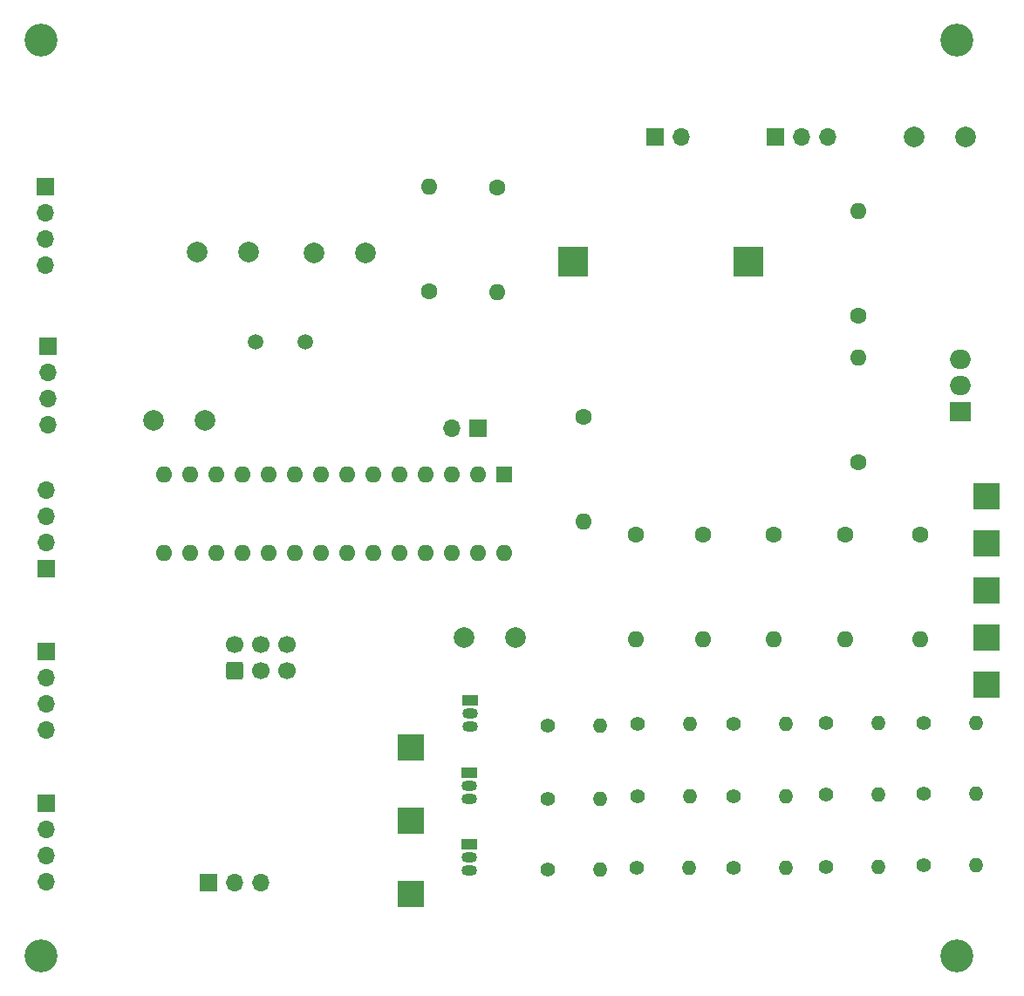
<source format=gbs>
G04 #@! TF.GenerationSoftware,KiCad,Pcbnew,(6.0.10-0)*
G04 #@! TF.CreationDate,2023-03-02T00:17:39-06:00*
G04 #@! TF.ProjectId,445_board,3434355f-626f-4617-9264-2e6b69636164,rev?*
G04 #@! TF.SameCoordinates,Original*
G04 #@! TF.FileFunction,Soldermask,Bot*
G04 #@! TF.FilePolarity,Negative*
%FSLAX46Y46*%
G04 Gerber Fmt 4.6, Leading zero omitted, Abs format (unit mm)*
G04 Created by KiCad (PCBNEW (6.0.10-0)) date 2023-03-02 00:17:39*
%MOMM*%
%LPD*%
G01*
G04 APERTURE LIST*
G04 Aperture macros list*
%AMRoundRect*
0 Rectangle with rounded corners*
0 $1 Rounding radius*
0 $2 $3 $4 $5 $6 $7 $8 $9 X,Y pos of 4 corners*
0 Add a 4 corners polygon primitive as box body*
4,1,4,$2,$3,$4,$5,$6,$7,$8,$9,$2,$3,0*
0 Add four circle primitives for the rounded corners*
1,1,$1+$1,$2,$3*
1,1,$1+$1,$4,$5*
1,1,$1+$1,$6,$7*
1,1,$1+$1,$8,$9*
0 Add four rect primitives between the rounded corners*
20,1,$1+$1,$2,$3,$4,$5,0*
20,1,$1+$1,$4,$5,$6,$7,0*
20,1,$1+$1,$6,$7,$8,$9,0*
20,1,$1+$1,$8,$9,$2,$3,0*%
G04 Aperture macros list end*
%ADD10R,2.500000X2.500000*%
%ADD11C,1.600000*%
%ADD12O,1.600000X1.600000*%
%ADD13C,2.000000*%
%ADD14C,1.400000*%
%ADD15O,1.400000X1.400000*%
%ADD16C,3.200000*%
%ADD17R,1.700000X1.700000*%
%ADD18O,1.700000X1.700000*%
%ADD19C,1.500000*%
%ADD20R,3.000000X3.000000*%
%ADD21R,1.500000X1.050000*%
%ADD22O,1.500000X1.050000*%
%ADD23R,1.600000X1.600000*%
%ADD24RoundRect,0.250000X0.600000X-0.600000X0.600000X0.600000X-0.600000X0.600000X-0.600000X-0.600000X0*%
%ADD25C,1.700000*%
%ADD26R,2.000000X1.905000*%
%ADD27O,2.000000X1.905000*%
G04 APERTURE END LIST*
D10*
X200152000Y-119888000D03*
D11*
X161036000Y-93853000D03*
D12*
X161036000Y-104013000D03*
D11*
X146000000Y-81680000D03*
D12*
X146000000Y-71520000D03*
D13*
X123484000Y-77851000D03*
X128484000Y-77851000D03*
D14*
X157530000Y-137795000D03*
D15*
X162610000Y-137795000D03*
D13*
X154392000Y-115316000D03*
X149392000Y-115316000D03*
D11*
X187706000Y-84074000D03*
D12*
X187706000Y-73914000D03*
D14*
X166196000Y-137668000D03*
D15*
X171276000Y-137668000D03*
D14*
X175564000Y-137668000D03*
D15*
X180644000Y-137668000D03*
D16*
X197231000Y-146177000D03*
D17*
X124587000Y-139065000D03*
D18*
X127127000Y-139065000D03*
X129667000Y-139065000D03*
D14*
X184581000Y-130556000D03*
D15*
X189661000Y-130556000D03*
D13*
X119300000Y-94200000D03*
X124300000Y-94200000D03*
D17*
X108991000Y-87005000D03*
D18*
X108991000Y-89545000D03*
X108991000Y-92085000D03*
X108991000Y-94625000D03*
D17*
X179593000Y-66650000D03*
D18*
X182133000Y-66650000D03*
X184673000Y-66650000D03*
D19*
X129150000Y-86600000D03*
X134030000Y-86600000D03*
D20*
X159982000Y-78750000D03*
D14*
X194053000Y-137414000D03*
D15*
X199133000Y-137414000D03*
D10*
X144272000Y-125984000D03*
D14*
X157550000Y-123825000D03*
D15*
X162630000Y-123825000D03*
D14*
X175564000Y-123698000D03*
D15*
X180644000Y-123698000D03*
D16*
X108331000Y-146177000D03*
D14*
X166293000Y-130683000D03*
D15*
X171373000Y-130683000D03*
D14*
X194033000Y-130429000D03*
D15*
X199113000Y-130429000D03*
D10*
X200152000Y-115316000D03*
D11*
X186436000Y-105283000D03*
D12*
X186436000Y-115443000D03*
D21*
X149881000Y-135382000D03*
D22*
X149881000Y-136652000D03*
X149881000Y-137922000D03*
D16*
X197231000Y-57277000D03*
D14*
X193989000Y-123571000D03*
D15*
X199069000Y-123571000D03*
D17*
X150800000Y-95000000D03*
D18*
X148260000Y-95000000D03*
D23*
X153279000Y-99451000D03*
D12*
X150739000Y-99451000D03*
X148199000Y-99451000D03*
X145659000Y-99451000D03*
X143119000Y-99451000D03*
X140579000Y-99451000D03*
X138039000Y-99451000D03*
X135499000Y-99451000D03*
X132959000Y-99451000D03*
X130419000Y-99451000D03*
X127879000Y-99451000D03*
X125339000Y-99451000D03*
X122799000Y-99451000D03*
X120259000Y-99451000D03*
X120259000Y-107071000D03*
X122799000Y-107071000D03*
X125339000Y-107071000D03*
X127879000Y-107071000D03*
X130419000Y-107071000D03*
X132959000Y-107071000D03*
X135499000Y-107071000D03*
X138039000Y-107071000D03*
X140579000Y-107071000D03*
X143119000Y-107071000D03*
X145659000Y-107071000D03*
X148199000Y-107071000D03*
X150739000Y-107071000D03*
X153279000Y-107071000D03*
D14*
X157563000Y-130937000D03*
D15*
X162643000Y-130937000D03*
D24*
X127127000Y-118491000D03*
D25*
X127127000Y-115951000D03*
X129667000Y-118491000D03*
X129667000Y-115951000D03*
X132207000Y-118491000D03*
X132207000Y-115951000D03*
D11*
X179451000Y-105283000D03*
D12*
X179451000Y-115443000D03*
D10*
X200152000Y-106172000D03*
D11*
X193675000Y-105283000D03*
D12*
X193675000Y-115443000D03*
D14*
X175564000Y-130683000D03*
D15*
X180644000Y-130683000D03*
D14*
X184581000Y-123571000D03*
D15*
X189661000Y-123571000D03*
D10*
X144272000Y-133096000D03*
X200152000Y-110744000D03*
D16*
X108331000Y-57277000D03*
D14*
X184581000Y-137541000D03*
D15*
X189661000Y-137541000D03*
D17*
X167914000Y-66650000D03*
D18*
X170454000Y-66650000D03*
D11*
X166116000Y-105283000D03*
D12*
X166116000Y-115443000D03*
D21*
X150008000Y-121412000D03*
D22*
X150008000Y-122682000D03*
X150008000Y-123952000D03*
D13*
X134847000Y-77904000D03*
X139847000Y-77904000D03*
D17*
X108864000Y-116596000D03*
D18*
X108864000Y-119136000D03*
X108864000Y-121676000D03*
X108864000Y-124216000D03*
D17*
X108737000Y-71511000D03*
D18*
X108737000Y-74051000D03*
X108737000Y-76591000D03*
X108737000Y-79131000D03*
D11*
X187706000Y-98298000D03*
D12*
X187706000Y-88138000D03*
D20*
X177000000Y-78750000D03*
D17*
X108839000Y-131328000D03*
D18*
X108839000Y-133868000D03*
X108839000Y-136408000D03*
X108839000Y-138948000D03*
D13*
X193080000Y-66675000D03*
X198080000Y-66675000D03*
D21*
X149881000Y-128397000D03*
D22*
X149881000Y-129667000D03*
X149881000Y-130937000D03*
D17*
X108814000Y-108575000D03*
D18*
X108814000Y-106035000D03*
X108814000Y-103495000D03*
X108814000Y-100955000D03*
D11*
X172593000Y-105283000D03*
D12*
X172593000Y-115443000D03*
D26*
X197541000Y-93345000D03*
D27*
X197541000Y-90805000D03*
X197541000Y-88265000D03*
D10*
X144272000Y-140208000D03*
D11*
X152600000Y-71628000D03*
D12*
X152600000Y-81788000D03*
D10*
X200152000Y-101600000D03*
D14*
X166293000Y-123698000D03*
D15*
X171373000Y-123698000D03*
M02*

</source>
